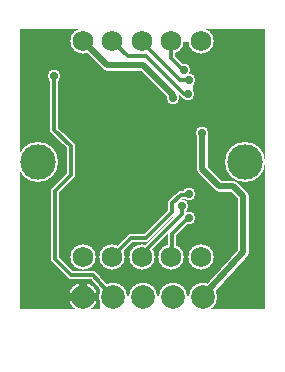
<source format=gbr>
%FSLAX34Y34*%
%MOMM*%
%LNCOPPER_TOP*%
G71*
G01*
%ADD10C, 2.150*%
%ADD11C, 3.400*%
%ADD12C, 1.100*%
%ADD13C, 0.700*%
%ADD14C, 0.900*%
%ADD15C, 2.400*%
%ADD16C, 0.150*%
%ADD17C, 0.800*%
%ADD18C, 0.200*%
%ADD19C, 0.500*%
%ADD20C, 0.233*%
%ADD21C, 0.667*%
%ADD22C, 1.750*%
%ADD23C, 3.000*%
%ADD24C, 0.700*%
%ADD25C, 0.300*%
%ADD26C, 2.000*%
%LPD*%
G36*
X244Y325D02*
X230244Y325D01*
X230244Y-299675D01*
X244Y-299675D01*
X244Y325D01*
G37*
%LPC*%
X164550Y-209600D02*
G54D10*
D03*
X139550Y-209600D02*
G54D10*
D03*
X114550Y-209600D02*
G54D10*
D03*
X89550Y-209600D02*
G54D10*
D03*
X64550Y-209600D02*
G54D10*
D03*
X64550Y-26600D02*
G54D10*
D03*
X89550Y-26600D02*
G54D10*
D03*
X114550Y-26600D02*
G54D10*
D03*
X139550Y-26600D02*
G54D10*
D03*
X164550Y-26600D02*
G54D10*
D03*
X27050Y-129600D02*
G54D11*
D03*
X202050Y-129600D02*
G54D11*
D03*
X153406Y-71488D02*
G54D12*
D03*
X150644Y-51438D02*
G54D12*
D03*
X154781Y-60325D02*
G54D12*
D03*
X140737Y-74956D02*
G54D12*
D03*
X165344Y-105062D02*
G54D12*
D03*
X154612Y-156816D02*
G54D12*
D03*
X148675Y-166738D02*
G54D12*
D03*
X154612Y-177088D02*
G54D12*
D03*
G54D13*
X139700Y-209550D02*
X139700Y-190500D01*
X151606Y-178594D01*
X154612Y-177088D01*
G54D13*
X114550Y-209600D02*
X114550Y-207212D01*
X148675Y-173088D01*
X148675Y-165150D01*
G54D13*
X154781Y-157162D02*
X147638Y-157162D01*
X140494Y-164306D01*
X140494Y-171450D01*
X118269Y-193675D01*
X105569Y-193675D01*
X89694Y-209550D01*
G54D13*
X153406Y-71488D02*
X149969Y-71488D01*
X118513Y-40031D01*
X102981Y-40031D01*
X89550Y-26600D01*
G54D13*
X114300Y-26988D02*
X114300Y-27781D01*
X146844Y-60325D01*
X154781Y-60325D01*
G54D13*
X139550Y-26600D02*
X139550Y-40931D01*
X149850Y-51438D01*
G54D14*
X165344Y-105062D02*
X165344Y-135281D01*
X179632Y-149569D01*
X191538Y-149569D01*
X200269Y-158300D01*
X200269Y-205925D01*
X164550Y-244819D01*
G54D14*
X140737Y-74956D02*
X140737Y-72574D01*
X115338Y-47175D01*
X85125Y-47175D01*
X64550Y-26600D01*
X39931Y-56406D02*
G54D12*
D03*
G54D13*
X39931Y-56406D02*
X39931Y-101943D01*
X54219Y-116231D01*
X54219Y-140044D01*
X40725Y-153538D01*
G54D13*
X40725Y-153538D02*
X40725Y-211481D01*
X54219Y-224975D01*
X73269Y-224975D01*
X89938Y-244819D01*
X166138Y-244025D02*
G54D15*
D03*
X140738Y-244025D02*
G54D15*
D03*
X115338Y-244025D02*
G54D15*
D03*
X89938Y-244025D02*
G54D15*
D03*
X64538Y-244025D02*
G54D15*
D03*
G36*
X141288Y-165100D02*
X146844Y-165100D01*
X146844Y-175419D01*
X141288Y-175419D01*
X141288Y-165100D01*
G37*
G54D16*
X141288Y-165100D02*
X146844Y-165100D01*
X146844Y-175419D01*
X141288Y-175419D01*
X141288Y-165100D01*
G36*
X147088Y-60669D02*
X157406Y-60669D01*
X157406Y-71488D01*
X147088Y-71488D01*
X147088Y-60669D01*
G37*
G54D16*
X147088Y-60669D02*
X157406Y-60669D01*
X157406Y-71488D01*
X147088Y-71488D01*
X147088Y-60669D01*
G36*
X141531Y-54819D02*
X145256Y-61912D01*
X151850Y-61912D01*
X147881Y-49262D01*
X141531Y-54819D01*
G37*
G54D16*
X141531Y-54819D02*
X145256Y-61912D01*
X151850Y-61912D01*
X147881Y-49262D01*
X141531Y-54819D01*
G54D17*
X7500Y-12500D02*
X222500Y-12500D01*
X222500Y-257500D01*
X7500Y-257500D01*
X7500Y-12500D01*
G36*
X89938Y-244025D02*
X170000Y-244025D01*
X170000Y-260000D01*
X79938Y-260000D01*
X79938Y-244025D01*
X89938Y-244025D01*
G37*
G54D18*
X89938Y-244025D02*
X170000Y-244025D01*
X170000Y-260000D01*
X79938Y-260000D01*
X79938Y-244025D01*
X89938Y-244025D01*
G36*
X65000Y-10000D02*
X65000Y-26150D01*
X64550Y-26600D01*
X85125Y-47175D01*
X137175Y-47175D01*
X145000Y-55000D01*
X146287Y-55000D01*
X149850Y-51438D01*
X149850Y-51231D01*
X139550Y-40931D01*
X139550Y-26600D01*
X164550Y-26600D01*
X164550Y-10450D01*
X165000Y-10000D01*
X65000Y-10000D01*
G37*
G54D18*
X65000Y-10000D02*
X65000Y-26150D01*
X64550Y-26600D01*
X85125Y-47175D01*
X137175Y-47175D01*
X145000Y-55000D01*
X146287Y-55000D01*
X149850Y-51438D01*
X149850Y-51231D01*
X139550Y-40931D01*
X139550Y-26600D01*
X164550Y-26600D01*
X164550Y-10450D01*
X165000Y-10000D01*
X65000Y-10000D01*
G36*
X1588Y-258762D02*
X230188Y-258762D01*
X230188Y-300038D01*
X1588Y-300038D01*
X1588Y-258762D01*
G37*
G54D19*
X1588Y-258762D02*
X230188Y-258762D01*
X230188Y-300038D01*
X1588Y-300038D01*
X1588Y-258762D01*
G36*
X223838Y0D02*
X236538Y0D01*
X236538Y-300038D01*
X223838Y-300038D01*
X223838Y0D01*
G37*
G54D19*
X223838Y0D02*
X236538Y0D01*
X236538Y-300038D01*
X223838Y-300038D01*
X223838Y0D01*
G36*
X228600Y0D02*
X0Y0D01*
X0Y-9525D01*
X228600Y-9525D01*
X228600Y0D01*
G37*
G54D19*
X228600Y0D02*
X0Y0D01*
X0Y-9525D01*
X228600Y-9525D01*
X228600Y0D01*
G36*
X6350Y-1588D02*
X0Y-1588D01*
X0Y-311150D01*
X6350Y-311150D01*
X6350Y-1588D01*
G37*
G54D19*
X6350Y-1588D02*
X0Y-1588D01*
X0Y-311150D01*
X6350Y-311150D01*
X6350Y-1588D01*
%LPD*%
G54D20*
G36*
X53667Y-92500D02*
X53667Y-96500D01*
X51333Y-96500D01*
X51333Y-92500D01*
X53667Y-92500D01*
G37*
G36*
X52500Y-93667D02*
X48500Y-93667D01*
X48500Y-91333D01*
X52500Y-91333D01*
X52500Y-93667D01*
G37*
G36*
X51333Y-92500D02*
X51333Y-88500D01*
X53667Y-88500D01*
X53667Y-92500D01*
X51333Y-92500D01*
G37*
G36*
X52500Y-91333D02*
X56500Y-91333D01*
X56500Y-93667D01*
X52500Y-93667D01*
X52500Y-91333D01*
G37*
G54D21*
G36*
X64538Y-240692D02*
X77038Y-240692D01*
X77038Y-247358D01*
X64538Y-247358D01*
X64538Y-240692D01*
G37*
G36*
X64538Y-247358D02*
X52038Y-247358D01*
X52038Y-240692D01*
X64538Y-240692D01*
X64538Y-247358D01*
G37*
G36*
X61205Y-244025D02*
X61205Y-231525D01*
X67871Y-231525D01*
X67871Y-244025D01*
X61205Y-244025D01*
G37*
G54D20*
G36*
X26167Y-100000D02*
X26167Y-104000D01*
X23833Y-104000D01*
X23833Y-100000D01*
X26167Y-100000D01*
G37*
G36*
X25000Y-101167D02*
X21000Y-101167D01*
X21000Y-98833D01*
X25000Y-98833D01*
X25000Y-101167D01*
G37*
G36*
X23833Y-100000D02*
X23833Y-96000D01*
X26167Y-96000D01*
X26167Y-100000D01*
X23833Y-100000D01*
G37*
G36*
X25000Y-98833D02*
X29000Y-98833D01*
X29000Y-101167D01*
X25000Y-101167D01*
X25000Y-98833D01*
G37*
G54D20*
G36*
X26167Y-80000D02*
X26167Y-84000D01*
X23833Y-84000D01*
X23833Y-80000D01*
X26167Y-80000D01*
G37*
G36*
X25000Y-81167D02*
X21000Y-81167D01*
X21000Y-78833D01*
X25000Y-78833D01*
X25000Y-81167D01*
G37*
G36*
X23833Y-80000D02*
X23833Y-76000D01*
X26167Y-76000D01*
X26167Y-80000D01*
X23833Y-80000D01*
G37*
G36*
X25000Y-78833D02*
X29000Y-78833D01*
X29000Y-81167D01*
X25000Y-81167D01*
X25000Y-78833D01*
G37*
G54D20*
G36*
X26167Y-60000D02*
X26167Y-64000D01*
X23833Y-64000D01*
X23833Y-60000D01*
X26167Y-60000D01*
G37*
G36*
X25000Y-61167D02*
X21000Y-61167D01*
X21000Y-58833D01*
X25000Y-58833D01*
X25000Y-61167D01*
G37*
G36*
X23833Y-60000D02*
X23833Y-56000D01*
X26167Y-56000D01*
X26167Y-60000D01*
X23833Y-60000D01*
G37*
G36*
X25000Y-58833D02*
X29000Y-58833D01*
X29000Y-61167D01*
X25000Y-61167D01*
X25000Y-58833D01*
G37*
G54D20*
G36*
X26167Y-40000D02*
X26167Y-44000D01*
X23833Y-44000D01*
X23833Y-40000D01*
X26167Y-40000D01*
G37*
G36*
X25000Y-41167D02*
X21000Y-41167D01*
X21000Y-38833D01*
X25000Y-38833D01*
X25000Y-41167D01*
G37*
G36*
X23833Y-40000D02*
X23833Y-36000D01*
X26167Y-36000D01*
X26167Y-40000D01*
X23833Y-40000D01*
G37*
G36*
X25000Y-38833D02*
X29000Y-38833D01*
X29000Y-41167D01*
X25000Y-41167D01*
X25000Y-38833D01*
G37*
G54D20*
G36*
X26167Y-160000D02*
X26167Y-164000D01*
X23833Y-164000D01*
X23833Y-160000D01*
X26167Y-160000D01*
G37*
G36*
X25000Y-161167D02*
X21000Y-161167D01*
X21000Y-158833D01*
X25000Y-158833D01*
X25000Y-161167D01*
G37*
G36*
X23833Y-160000D02*
X23833Y-156000D01*
X26167Y-156000D01*
X26167Y-160000D01*
X23833Y-160000D01*
G37*
G36*
X25000Y-158833D02*
X29000Y-158833D01*
X29000Y-161167D01*
X25000Y-161167D01*
X25000Y-158833D01*
G37*
G54D20*
G36*
X26167Y-180000D02*
X26167Y-184000D01*
X23833Y-184000D01*
X23833Y-180000D01*
X26167Y-180000D01*
G37*
G36*
X25000Y-181167D02*
X21000Y-181167D01*
X21000Y-178833D01*
X25000Y-178833D01*
X25000Y-181167D01*
G37*
G36*
X23833Y-180000D02*
X23833Y-176000D01*
X26167Y-176000D01*
X26167Y-180000D01*
X23833Y-180000D01*
G37*
G36*
X25000Y-178833D02*
X29000Y-178833D01*
X29000Y-181167D01*
X25000Y-181167D01*
X25000Y-178833D01*
G37*
G54D20*
G36*
X26167Y-200000D02*
X26167Y-204000D01*
X23833Y-204000D01*
X23833Y-200000D01*
X26167Y-200000D01*
G37*
G36*
X25000Y-201167D02*
X21000Y-201167D01*
X21000Y-198833D01*
X25000Y-198833D01*
X25000Y-201167D01*
G37*
G36*
X23833Y-200000D02*
X23833Y-196000D01*
X26167Y-196000D01*
X26167Y-200000D01*
X23833Y-200000D01*
G37*
G36*
X25000Y-198833D02*
X29000Y-198833D01*
X29000Y-201167D01*
X25000Y-201167D01*
X25000Y-198833D01*
G37*
G54D20*
G36*
X26167Y-220000D02*
X26167Y-224000D01*
X23833Y-224000D01*
X23833Y-220000D01*
X26167Y-220000D01*
G37*
G36*
X25000Y-221167D02*
X21000Y-221167D01*
X21000Y-218833D01*
X25000Y-218833D01*
X25000Y-221167D01*
G37*
G36*
X23833Y-220000D02*
X23833Y-216000D01*
X26167Y-216000D01*
X26167Y-220000D01*
X23833Y-220000D01*
G37*
G36*
X25000Y-218833D02*
X29000Y-218833D01*
X29000Y-221167D01*
X25000Y-221167D01*
X25000Y-218833D01*
G37*
G54D20*
G36*
X206167Y-220000D02*
X206167Y-224000D01*
X203833Y-224000D01*
X203833Y-220000D01*
X206167Y-220000D01*
G37*
G36*
X205000Y-221167D02*
X201000Y-221167D01*
X201000Y-218833D01*
X205000Y-218833D01*
X205000Y-221167D01*
G37*
G36*
X203833Y-220000D02*
X203833Y-216000D01*
X206167Y-216000D01*
X206167Y-220000D01*
X203833Y-220000D01*
G37*
G36*
X205000Y-218833D02*
X209000Y-218833D01*
X209000Y-221167D01*
X205000Y-221167D01*
X205000Y-218833D01*
G37*
G54D20*
G36*
X206167Y-40000D02*
X206167Y-44000D01*
X203833Y-44000D01*
X203833Y-40000D01*
X206167Y-40000D01*
G37*
G36*
X205000Y-41167D02*
X201000Y-41167D01*
X201000Y-38833D01*
X205000Y-38833D01*
X205000Y-41167D01*
G37*
G36*
X203833Y-40000D02*
X203833Y-36000D01*
X206167Y-36000D01*
X206167Y-40000D01*
X203833Y-40000D01*
G37*
G36*
X205000Y-38833D02*
X209000Y-38833D01*
X209000Y-41167D01*
X205000Y-41167D01*
X205000Y-38833D01*
G37*
G54D20*
G36*
X206167Y-60000D02*
X206167Y-64000D01*
X203833Y-64000D01*
X203833Y-60000D01*
X206167Y-60000D01*
G37*
G36*
X205000Y-61167D02*
X201000Y-61167D01*
X201000Y-58833D01*
X205000Y-58833D01*
X205000Y-61167D01*
G37*
G36*
X203833Y-60000D02*
X203833Y-56000D01*
X206167Y-56000D01*
X206167Y-60000D01*
X203833Y-60000D01*
G37*
G36*
X205000Y-58833D02*
X209000Y-58833D01*
X209000Y-61167D01*
X205000Y-61167D01*
X205000Y-58833D01*
G37*
G54D20*
G36*
X206167Y-80000D02*
X206167Y-84000D01*
X203833Y-84000D01*
X203833Y-80000D01*
X206167Y-80000D01*
G37*
G36*
X205000Y-81167D02*
X201000Y-81167D01*
X201000Y-78833D01*
X205000Y-78833D01*
X205000Y-81167D01*
G37*
G36*
X203833Y-80000D02*
X203833Y-76000D01*
X206167Y-76000D01*
X206167Y-80000D01*
X203833Y-80000D01*
G37*
G36*
X205000Y-78833D02*
X209000Y-78833D01*
X209000Y-81167D01*
X205000Y-81167D01*
X205000Y-78833D01*
G37*
G54D20*
G36*
X206167Y-100000D02*
X206167Y-104000D01*
X203833Y-104000D01*
X203833Y-100000D01*
X206167Y-100000D01*
G37*
G36*
X205000Y-101167D02*
X201000Y-101167D01*
X201000Y-98833D01*
X205000Y-98833D01*
X205000Y-101167D01*
G37*
G36*
X203833Y-100000D02*
X203833Y-96000D01*
X206167Y-96000D01*
X206167Y-100000D01*
X203833Y-100000D01*
G37*
G36*
X205000Y-98833D02*
X209000Y-98833D01*
X209000Y-101167D01*
X205000Y-101167D01*
X205000Y-98833D01*
G37*
G54D20*
G36*
X51167Y-160000D02*
X51167Y-164000D01*
X48833Y-164000D01*
X48833Y-160000D01*
X51167Y-160000D01*
G37*
G36*
X50000Y-161167D02*
X46000Y-161167D01*
X46000Y-158833D01*
X50000Y-158833D01*
X50000Y-161167D01*
G37*
G36*
X48833Y-160000D02*
X48833Y-156000D01*
X51167Y-156000D01*
X51167Y-160000D01*
X48833Y-160000D01*
G37*
G36*
X50000Y-158833D02*
X54000Y-158833D01*
X54000Y-161167D01*
X50000Y-161167D01*
X50000Y-158833D01*
G37*
G54D20*
G36*
X51167Y-180000D02*
X51167Y-184000D01*
X48833Y-184000D01*
X48833Y-180000D01*
X51167Y-180000D01*
G37*
G36*
X50000Y-181167D02*
X46000Y-181167D01*
X46000Y-178833D01*
X50000Y-178833D01*
X50000Y-181167D01*
G37*
G36*
X48833Y-180000D02*
X48833Y-176000D01*
X51167Y-176000D01*
X51167Y-180000D01*
X48833Y-180000D01*
G37*
G36*
X50000Y-178833D02*
X54000Y-178833D01*
X54000Y-181167D01*
X50000Y-181167D01*
X50000Y-178833D01*
G37*
G54D20*
G36*
X191167Y-205000D02*
X191167Y-209000D01*
X188833Y-209000D01*
X188833Y-205000D01*
X191167Y-205000D01*
G37*
G36*
X190000Y-206167D02*
X186000Y-206167D01*
X186000Y-203833D01*
X190000Y-203833D01*
X190000Y-206167D01*
G37*
G36*
X188833Y-205000D02*
X188833Y-201000D01*
X191167Y-201000D01*
X191167Y-205000D01*
X188833Y-205000D01*
G37*
G36*
X190000Y-203833D02*
X194000Y-203833D01*
X194000Y-206167D01*
X190000Y-206167D01*
X190000Y-203833D01*
G37*
G54D20*
G36*
X111167Y-90000D02*
X111167Y-94000D01*
X108833Y-94000D01*
X108833Y-90000D01*
X111167Y-90000D01*
G37*
G36*
X110000Y-91167D02*
X106000Y-91167D01*
X106000Y-88833D01*
X110000Y-88833D01*
X110000Y-91167D01*
G37*
G36*
X108833Y-90000D02*
X108833Y-86000D01*
X111167Y-86000D01*
X111167Y-90000D01*
X108833Y-90000D01*
G37*
G36*
X110000Y-88833D02*
X114000Y-88833D01*
X114000Y-91167D01*
X110000Y-91167D01*
X110000Y-88833D01*
G37*
G54D20*
G36*
X126167Y-90000D02*
X126167Y-94000D01*
X123833Y-94000D01*
X123833Y-90000D01*
X126167Y-90000D01*
G37*
G36*
X125000Y-91167D02*
X121000Y-91167D01*
X121000Y-88833D01*
X125000Y-88833D01*
X125000Y-91167D01*
G37*
G36*
X123833Y-90000D02*
X123833Y-86000D01*
X126167Y-86000D01*
X126167Y-90000D01*
X123833Y-90000D01*
G37*
G36*
X125000Y-88833D02*
X129000Y-88833D01*
X129000Y-91167D01*
X125000Y-91167D01*
X125000Y-88833D01*
G37*
G54D20*
G36*
X196167Y-230000D02*
X196167Y-234000D01*
X193833Y-234000D01*
X193833Y-230000D01*
X196167Y-230000D01*
G37*
G36*
X195000Y-231167D02*
X191000Y-231167D01*
X191000Y-228833D01*
X195000Y-228833D01*
X195000Y-231167D01*
G37*
G36*
X193833Y-230000D02*
X193833Y-226000D01*
X196167Y-226000D01*
X196167Y-230000D01*
X193833Y-230000D01*
G37*
G36*
X195000Y-228833D02*
X199000Y-228833D01*
X199000Y-231167D01*
X195000Y-231167D01*
X195000Y-228833D01*
G37*
G54D20*
G36*
X161167Y-190000D02*
X161167Y-194000D01*
X158833Y-194000D01*
X158833Y-190000D01*
X161167Y-190000D01*
G37*
G36*
X160000Y-191167D02*
X156000Y-191167D01*
X156000Y-188833D01*
X160000Y-188833D01*
X160000Y-191167D01*
G37*
G36*
X158833Y-190000D02*
X158833Y-186000D01*
X161167Y-186000D01*
X161167Y-190000D01*
X158833Y-190000D01*
G37*
G36*
X160000Y-188833D02*
X164000Y-188833D01*
X164000Y-191167D01*
X160000Y-191167D01*
X160000Y-188833D01*
G37*
G54D20*
G36*
X178667Y-197500D02*
X178667Y-201500D01*
X176333Y-201500D01*
X176333Y-197500D01*
X178667Y-197500D01*
G37*
G36*
X177500Y-198667D02*
X173500Y-198667D01*
X173500Y-196333D01*
X177500Y-196333D01*
X177500Y-198667D01*
G37*
G36*
X176333Y-197500D02*
X176333Y-193500D01*
X178667Y-193500D01*
X178667Y-197500D01*
X176333Y-197500D01*
G37*
G36*
X177500Y-196333D02*
X181500Y-196333D01*
X181500Y-198667D01*
X177500Y-198667D01*
X177500Y-196333D01*
G37*
G54D20*
G36*
X53667Y-72500D02*
X53667Y-76500D01*
X51333Y-76500D01*
X51333Y-72500D01*
X53667Y-72500D01*
G37*
G36*
X52500Y-73667D02*
X48500Y-73667D01*
X48500Y-71333D01*
X52500Y-71333D01*
X52500Y-73667D01*
G37*
G36*
X51333Y-72500D02*
X51333Y-68500D01*
X53667Y-68500D01*
X53667Y-72500D01*
X51333Y-72500D01*
G37*
G36*
X52500Y-71333D02*
X56500Y-71333D01*
X56500Y-73667D01*
X52500Y-73667D01*
X52500Y-71333D01*
G37*
G54D20*
G36*
X73667Y-72500D02*
X73667Y-76500D01*
X71333Y-76500D01*
X71333Y-72500D01*
X73667Y-72500D01*
G37*
G36*
X72500Y-73667D02*
X68500Y-73667D01*
X68500Y-71333D01*
X72500Y-71333D01*
X72500Y-73667D01*
G37*
G36*
X71333Y-72500D02*
X71333Y-68500D01*
X73667Y-68500D01*
X73667Y-72500D01*
X71333Y-72500D01*
G37*
G36*
X72500Y-71333D02*
X76500Y-71333D01*
X76500Y-73667D01*
X72500Y-73667D01*
X72500Y-71333D01*
G37*
G54D20*
G36*
X91167Y-72500D02*
X91167Y-76500D01*
X88833Y-76500D01*
X88833Y-72500D01*
X91167Y-72500D01*
G37*
G36*
X90000Y-73667D02*
X86000Y-73667D01*
X86000Y-71333D01*
X90000Y-71333D01*
X90000Y-73667D01*
G37*
G36*
X88833Y-72500D02*
X88833Y-68500D01*
X91167Y-68500D01*
X91167Y-72500D01*
X88833Y-72500D01*
G37*
G36*
X90000Y-71333D02*
X94000Y-71333D01*
X94000Y-73667D01*
X90000Y-73667D01*
X90000Y-71333D01*
G37*
X164550Y-209600D02*
G54D22*
D03*
X139550Y-209600D02*
G54D22*
D03*
X114550Y-209600D02*
G54D22*
D03*
X89550Y-209600D02*
G54D22*
D03*
X64550Y-209600D02*
G54D22*
D03*
X64550Y-26600D02*
G54D22*
D03*
X89550Y-26600D02*
G54D22*
D03*
X114550Y-26600D02*
G54D22*
D03*
X139550Y-26600D02*
G54D22*
D03*
X164550Y-26600D02*
G54D22*
D03*
X27050Y-129600D02*
G54D23*
D03*
X202050Y-129600D02*
G54D23*
D03*
X153406Y-71488D02*
G54D24*
D03*
X150644Y-51438D02*
G54D24*
D03*
X154781Y-60325D02*
G54D24*
D03*
X140737Y-74956D02*
G54D24*
D03*
X165344Y-105062D02*
G54D24*
D03*
X154612Y-156816D02*
G54D24*
D03*
X148675Y-166738D02*
G54D24*
D03*
X154612Y-177088D02*
G54D24*
D03*
G54D25*
X139700Y-209550D02*
X139700Y-190500D01*
X151606Y-178594D01*
X154612Y-177088D01*
G54D25*
X114550Y-209600D02*
X114550Y-207212D01*
X148675Y-173088D01*
X148675Y-165150D01*
G54D25*
X154781Y-157162D02*
X147638Y-157162D01*
X140494Y-164306D01*
X140494Y-171450D01*
X118269Y-193675D01*
X105569Y-193675D01*
X89694Y-209550D01*
X52500Y-92500D02*
G54D24*
D03*
G54D25*
X153406Y-71488D02*
X149969Y-71488D01*
X118513Y-40031D01*
X102981Y-40031D01*
X89550Y-26600D01*
G54D25*
X114300Y-26988D02*
X114300Y-27781D01*
X146844Y-60325D01*
X154781Y-60325D01*
G54D25*
X139550Y-26600D02*
X139550Y-40931D01*
X149850Y-51438D01*
G54D19*
X165344Y-105062D02*
X165344Y-135281D01*
X179632Y-149569D01*
X191538Y-149569D01*
X200269Y-158300D01*
X200269Y-205925D01*
X164550Y-244819D01*
G54D19*
X140737Y-74956D02*
X140737Y-72574D01*
X115338Y-47175D01*
X85125Y-47175D01*
X64550Y-26600D01*
X39931Y-56406D02*
G54D24*
D03*
G54D25*
X39931Y-56406D02*
X39931Y-101943D01*
X54219Y-116231D01*
X54219Y-140044D01*
X40725Y-153538D01*
G54D25*
X40725Y-153538D02*
X40725Y-211481D01*
X54219Y-224975D01*
X73269Y-224975D01*
X89938Y-244819D01*
X166138Y-244025D02*
G54D26*
D03*
X140738Y-244025D02*
G54D26*
D03*
X115338Y-244025D02*
G54D26*
D03*
X89938Y-244025D02*
G54D26*
D03*
X64538Y-244025D02*
G54D26*
D03*
X25000Y-100000D02*
G54D24*
D03*
X25000Y-80000D02*
G54D24*
D03*
X25000Y-60000D02*
G54D24*
D03*
X25000Y-40000D02*
G54D24*
D03*
X25000Y-160000D02*
G54D24*
D03*
X25000Y-180000D02*
G54D24*
D03*
X25000Y-200000D02*
G54D24*
D03*
X25000Y-220000D02*
G54D24*
D03*
X205000Y-220000D02*
G54D24*
D03*
X205000Y-40000D02*
G54D24*
D03*
X205000Y-60000D02*
G54D24*
D03*
X205000Y-80000D02*
G54D24*
D03*
X205000Y-100000D02*
G54D24*
D03*
X50000Y-160000D02*
G54D24*
D03*
X50000Y-180000D02*
G54D24*
D03*
X190000Y-205000D02*
G54D24*
D03*
X110000Y-90000D02*
G54D24*
D03*
X125000Y-90000D02*
G54D24*
D03*
X195000Y-230000D02*
G54D24*
D03*
X160000Y-190000D02*
G54D24*
D03*
X177500Y-197500D02*
G54D24*
D03*
X52500Y-72500D02*
G54D24*
D03*
X72500Y-72500D02*
G54D24*
D03*
X90000Y-72500D02*
G54D24*
D03*
M02*

</source>
